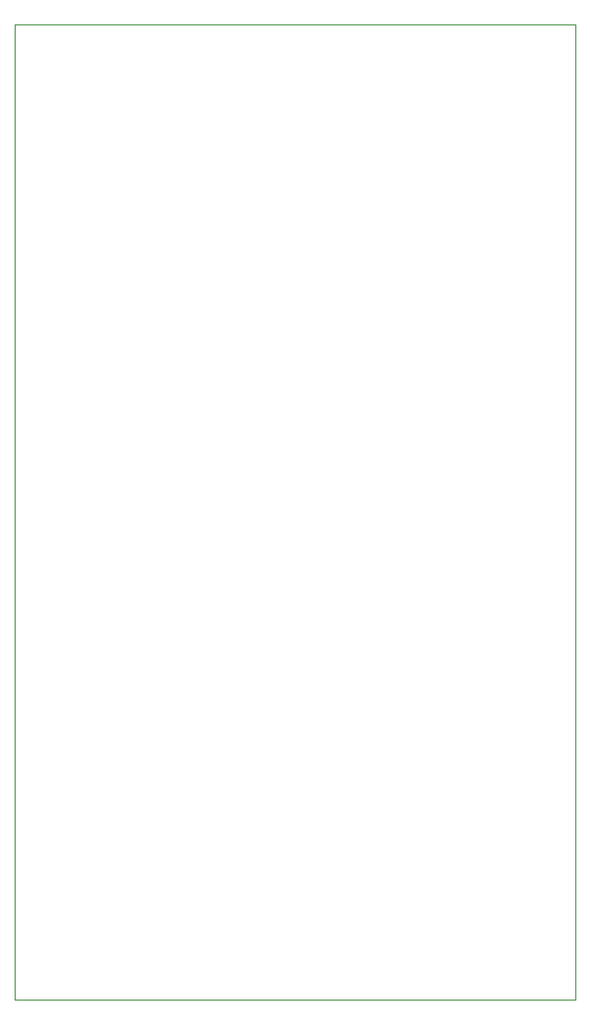
<source format=gbr>
%TF.GenerationSoftware,KiCad,Pcbnew,8.0.3*%
%TF.CreationDate,2024-08-11T15:35:30-05:00*%
%TF.ProjectId,tetrisBusinessCard,74657472-6973-4427-9573-696e65737343,rev?*%
%TF.SameCoordinates,Original*%
%TF.FileFunction,Profile,NP*%
%FSLAX46Y46*%
G04 Gerber Fmt 4.6, Leading zero omitted, Abs format (unit mm)*
G04 Created by KiCad (PCBNEW 8.0.3) date 2024-08-11 15:35:30*
%MOMM*%
%LPD*%
G01*
G04 APERTURE LIST*
%TA.AperFunction,Profile*%
%ADD10C,0.050000*%
%TD*%
G04 APERTURE END LIST*
D10*
X173200000Y-19750000D02*
X221850000Y-19750000D01*
X221850000Y-104250000D01*
X173200000Y-104250000D01*
X173200000Y-19750000D01*
M02*

</source>
